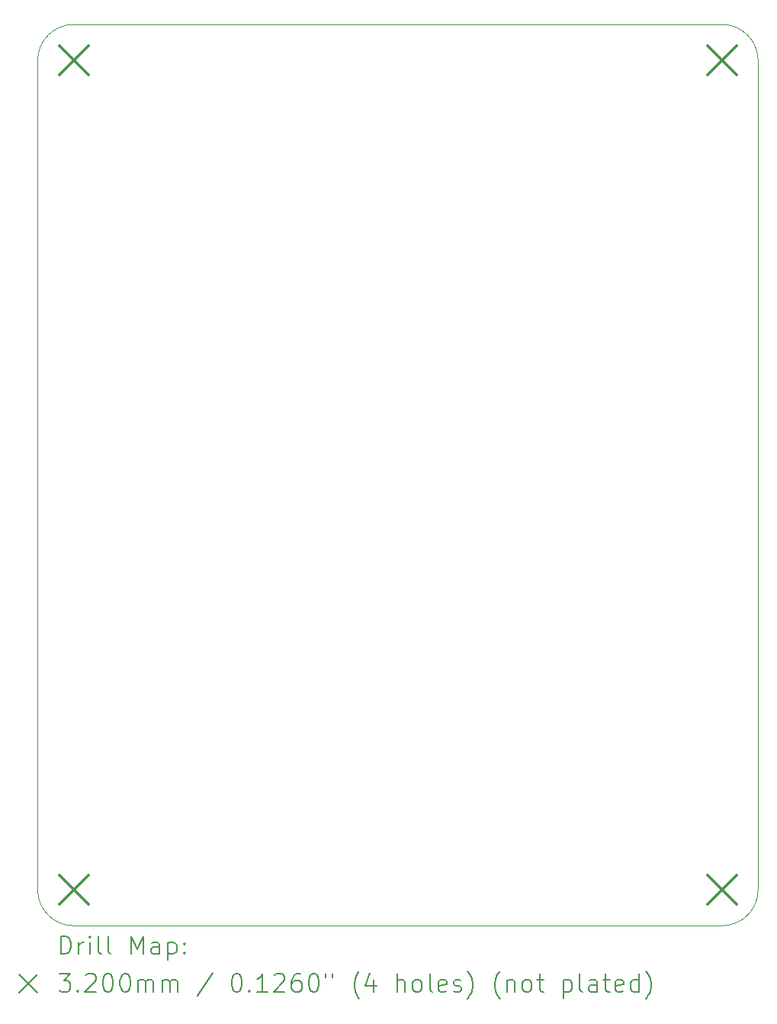
<source format=gbr>
%TF.GenerationSoftware,KiCad,Pcbnew,8.0.4*%
%TF.CreationDate,2024-08-28T21:50:11+12:00*%
%TF.ProjectId,OperationBaldr,4f706572-6174-4696-9f6e-42616c64722e,0.1.1*%
%TF.SameCoordinates,Original*%
%TF.FileFunction,Drillmap*%
%TF.FilePolarity,Positive*%
%FSLAX45Y45*%
G04 Gerber Fmt 4.5, Leading zero omitted, Abs format (unit mm)*
G04 Created by KiCad (PCBNEW 8.0.4) date 2024-08-28 21:50:11*
%MOMM*%
%LPD*%
G01*
G04 APERTURE LIST*
%ADD10C,0.050000*%
%ADD11C,0.200000*%
%ADD12C,0.320000*%
G04 APERTURE END LIST*
D10*
X18700000Y-4200000D02*
G75*
G02*
X19100000Y-4600000I0J-400000D01*
G01*
X18700000Y-4200000D02*
X11500000Y-4200000D01*
X11100000Y-4600000D02*
G75*
G02*
X11500000Y-4200000I400000J0D01*
G01*
X11500000Y-14200000D02*
X18700000Y-14200000D01*
X11500000Y-14200000D02*
G75*
G02*
X11100000Y-13800000I0J400000D01*
G01*
X19100000Y-13800000D02*
G75*
G02*
X18700000Y-14200000I-400000J0D01*
G01*
X11100000Y-4600000D02*
X11100000Y-13800000D01*
X19100000Y-13800000D02*
X19100000Y-4600000D01*
D11*
D12*
X11340000Y-4440000D02*
X11660000Y-4760000D01*
X11660000Y-4440000D02*
X11340000Y-4760000D01*
X11340000Y-13640000D02*
X11660000Y-13960000D01*
X11660000Y-13640000D02*
X11340000Y-13960000D01*
X18540000Y-4440000D02*
X18860000Y-4760000D01*
X18860000Y-4440000D02*
X18540000Y-4760000D01*
X18540000Y-13640000D02*
X18860000Y-13960000D01*
X18860000Y-13640000D02*
X18540000Y-13960000D01*
D11*
X11358277Y-14513984D02*
X11358277Y-14313984D01*
X11358277Y-14313984D02*
X11405896Y-14313984D01*
X11405896Y-14313984D02*
X11434467Y-14323508D01*
X11434467Y-14323508D02*
X11453515Y-14342555D01*
X11453515Y-14342555D02*
X11463039Y-14361603D01*
X11463039Y-14361603D02*
X11472562Y-14399698D01*
X11472562Y-14399698D02*
X11472562Y-14428269D01*
X11472562Y-14428269D02*
X11463039Y-14466365D01*
X11463039Y-14466365D02*
X11453515Y-14485412D01*
X11453515Y-14485412D02*
X11434467Y-14504460D01*
X11434467Y-14504460D02*
X11405896Y-14513984D01*
X11405896Y-14513984D02*
X11358277Y-14513984D01*
X11558277Y-14513984D02*
X11558277Y-14380650D01*
X11558277Y-14418746D02*
X11567801Y-14399698D01*
X11567801Y-14399698D02*
X11577324Y-14390174D01*
X11577324Y-14390174D02*
X11596372Y-14380650D01*
X11596372Y-14380650D02*
X11615420Y-14380650D01*
X11682086Y-14513984D02*
X11682086Y-14380650D01*
X11682086Y-14313984D02*
X11672562Y-14323508D01*
X11672562Y-14323508D02*
X11682086Y-14333031D01*
X11682086Y-14333031D02*
X11691610Y-14323508D01*
X11691610Y-14323508D02*
X11682086Y-14313984D01*
X11682086Y-14313984D02*
X11682086Y-14333031D01*
X11805896Y-14513984D02*
X11786848Y-14504460D01*
X11786848Y-14504460D02*
X11777324Y-14485412D01*
X11777324Y-14485412D02*
X11777324Y-14313984D01*
X11910658Y-14513984D02*
X11891610Y-14504460D01*
X11891610Y-14504460D02*
X11882086Y-14485412D01*
X11882086Y-14485412D02*
X11882086Y-14313984D01*
X12139229Y-14513984D02*
X12139229Y-14313984D01*
X12139229Y-14313984D02*
X12205896Y-14456841D01*
X12205896Y-14456841D02*
X12272562Y-14313984D01*
X12272562Y-14313984D02*
X12272562Y-14513984D01*
X12453515Y-14513984D02*
X12453515Y-14409222D01*
X12453515Y-14409222D02*
X12443991Y-14390174D01*
X12443991Y-14390174D02*
X12424943Y-14380650D01*
X12424943Y-14380650D02*
X12386848Y-14380650D01*
X12386848Y-14380650D02*
X12367801Y-14390174D01*
X12453515Y-14504460D02*
X12434467Y-14513984D01*
X12434467Y-14513984D02*
X12386848Y-14513984D01*
X12386848Y-14513984D02*
X12367801Y-14504460D01*
X12367801Y-14504460D02*
X12358277Y-14485412D01*
X12358277Y-14485412D02*
X12358277Y-14466365D01*
X12358277Y-14466365D02*
X12367801Y-14447317D01*
X12367801Y-14447317D02*
X12386848Y-14437793D01*
X12386848Y-14437793D02*
X12434467Y-14437793D01*
X12434467Y-14437793D02*
X12453515Y-14428269D01*
X12548753Y-14380650D02*
X12548753Y-14580650D01*
X12548753Y-14390174D02*
X12567801Y-14380650D01*
X12567801Y-14380650D02*
X12605896Y-14380650D01*
X12605896Y-14380650D02*
X12624943Y-14390174D01*
X12624943Y-14390174D02*
X12634467Y-14399698D01*
X12634467Y-14399698D02*
X12643991Y-14418746D01*
X12643991Y-14418746D02*
X12643991Y-14475888D01*
X12643991Y-14475888D02*
X12634467Y-14494936D01*
X12634467Y-14494936D02*
X12624943Y-14504460D01*
X12624943Y-14504460D02*
X12605896Y-14513984D01*
X12605896Y-14513984D02*
X12567801Y-14513984D01*
X12567801Y-14513984D02*
X12548753Y-14504460D01*
X12729705Y-14494936D02*
X12739229Y-14504460D01*
X12739229Y-14504460D02*
X12729705Y-14513984D01*
X12729705Y-14513984D02*
X12720182Y-14504460D01*
X12720182Y-14504460D02*
X12729705Y-14494936D01*
X12729705Y-14494936D02*
X12729705Y-14513984D01*
X12729705Y-14390174D02*
X12739229Y-14399698D01*
X12739229Y-14399698D02*
X12729705Y-14409222D01*
X12729705Y-14409222D02*
X12720182Y-14399698D01*
X12720182Y-14399698D02*
X12729705Y-14390174D01*
X12729705Y-14390174D02*
X12729705Y-14409222D01*
X10897500Y-14742500D02*
X11097500Y-14942500D01*
X11097500Y-14742500D02*
X10897500Y-14942500D01*
X11339229Y-14733984D02*
X11463039Y-14733984D01*
X11463039Y-14733984D02*
X11396372Y-14810174D01*
X11396372Y-14810174D02*
X11424943Y-14810174D01*
X11424943Y-14810174D02*
X11443991Y-14819698D01*
X11443991Y-14819698D02*
X11453515Y-14829222D01*
X11453515Y-14829222D02*
X11463039Y-14848269D01*
X11463039Y-14848269D02*
X11463039Y-14895888D01*
X11463039Y-14895888D02*
X11453515Y-14914936D01*
X11453515Y-14914936D02*
X11443991Y-14924460D01*
X11443991Y-14924460D02*
X11424943Y-14933984D01*
X11424943Y-14933984D02*
X11367801Y-14933984D01*
X11367801Y-14933984D02*
X11348753Y-14924460D01*
X11348753Y-14924460D02*
X11339229Y-14914936D01*
X11548753Y-14914936D02*
X11558277Y-14924460D01*
X11558277Y-14924460D02*
X11548753Y-14933984D01*
X11548753Y-14933984D02*
X11539229Y-14924460D01*
X11539229Y-14924460D02*
X11548753Y-14914936D01*
X11548753Y-14914936D02*
X11548753Y-14933984D01*
X11634467Y-14753031D02*
X11643991Y-14743508D01*
X11643991Y-14743508D02*
X11663039Y-14733984D01*
X11663039Y-14733984D02*
X11710658Y-14733984D01*
X11710658Y-14733984D02*
X11729705Y-14743508D01*
X11729705Y-14743508D02*
X11739229Y-14753031D01*
X11739229Y-14753031D02*
X11748753Y-14772079D01*
X11748753Y-14772079D02*
X11748753Y-14791127D01*
X11748753Y-14791127D02*
X11739229Y-14819698D01*
X11739229Y-14819698D02*
X11624943Y-14933984D01*
X11624943Y-14933984D02*
X11748753Y-14933984D01*
X11872562Y-14733984D02*
X11891610Y-14733984D01*
X11891610Y-14733984D02*
X11910658Y-14743508D01*
X11910658Y-14743508D02*
X11920182Y-14753031D01*
X11920182Y-14753031D02*
X11929705Y-14772079D01*
X11929705Y-14772079D02*
X11939229Y-14810174D01*
X11939229Y-14810174D02*
X11939229Y-14857793D01*
X11939229Y-14857793D02*
X11929705Y-14895888D01*
X11929705Y-14895888D02*
X11920182Y-14914936D01*
X11920182Y-14914936D02*
X11910658Y-14924460D01*
X11910658Y-14924460D02*
X11891610Y-14933984D01*
X11891610Y-14933984D02*
X11872562Y-14933984D01*
X11872562Y-14933984D02*
X11853515Y-14924460D01*
X11853515Y-14924460D02*
X11843991Y-14914936D01*
X11843991Y-14914936D02*
X11834467Y-14895888D01*
X11834467Y-14895888D02*
X11824943Y-14857793D01*
X11824943Y-14857793D02*
X11824943Y-14810174D01*
X11824943Y-14810174D02*
X11834467Y-14772079D01*
X11834467Y-14772079D02*
X11843991Y-14753031D01*
X11843991Y-14753031D02*
X11853515Y-14743508D01*
X11853515Y-14743508D02*
X11872562Y-14733984D01*
X12063039Y-14733984D02*
X12082086Y-14733984D01*
X12082086Y-14733984D02*
X12101134Y-14743508D01*
X12101134Y-14743508D02*
X12110658Y-14753031D01*
X12110658Y-14753031D02*
X12120182Y-14772079D01*
X12120182Y-14772079D02*
X12129705Y-14810174D01*
X12129705Y-14810174D02*
X12129705Y-14857793D01*
X12129705Y-14857793D02*
X12120182Y-14895888D01*
X12120182Y-14895888D02*
X12110658Y-14914936D01*
X12110658Y-14914936D02*
X12101134Y-14924460D01*
X12101134Y-14924460D02*
X12082086Y-14933984D01*
X12082086Y-14933984D02*
X12063039Y-14933984D01*
X12063039Y-14933984D02*
X12043991Y-14924460D01*
X12043991Y-14924460D02*
X12034467Y-14914936D01*
X12034467Y-14914936D02*
X12024943Y-14895888D01*
X12024943Y-14895888D02*
X12015420Y-14857793D01*
X12015420Y-14857793D02*
X12015420Y-14810174D01*
X12015420Y-14810174D02*
X12024943Y-14772079D01*
X12024943Y-14772079D02*
X12034467Y-14753031D01*
X12034467Y-14753031D02*
X12043991Y-14743508D01*
X12043991Y-14743508D02*
X12063039Y-14733984D01*
X12215420Y-14933984D02*
X12215420Y-14800650D01*
X12215420Y-14819698D02*
X12224943Y-14810174D01*
X12224943Y-14810174D02*
X12243991Y-14800650D01*
X12243991Y-14800650D02*
X12272563Y-14800650D01*
X12272563Y-14800650D02*
X12291610Y-14810174D01*
X12291610Y-14810174D02*
X12301134Y-14829222D01*
X12301134Y-14829222D02*
X12301134Y-14933984D01*
X12301134Y-14829222D02*
X12310658Y-14810174D01*
X12310658Y-14810174D02*
X12329705Y-14800650D01*
X12329705Y-14800650D02*
X12358277Y-14800650D01*
X12358277Y-14800650D02*
X12377324Y-14810174D01*
X12377324Y-14810174D02*
X12386848Y-14829222D01*
X12386848Y-14829222D02*
X12386848Y-14933984D01*
X12482086Y-14933984D02*
X12482086Y-14800650D01*
X12482086Y-14819698D02*
X12491610Y-14810174D01*
X12491610Y-14810174D02*
X12510658Y-14800650D01*
X12510658Y-14800650D02*
X12539229Y-14800650D01*
X12539229Y-14800650D02*
X12558277Y-14810174D01*
X12558277Y-14810174D02*
X12567801Y-14829222D01*
X12567801Y-14829222D02*
X12567801Y-14933984D01*
X12567801Y-14829222D02*
X12577324Y-14810174D01*
X12577324Y-14810174D02*
X12596372Y-14800650D01*
X12596372Y-14800650D02*
X12624943Y-14800650D01*
X12624943Y-14800650D02*
X12643991Y-14810174D01*
X12643991Y-14810174D02*
X12653515Y-14829222D01*
X12653515Y-14829222D02*
X12653515Y-14933984D01*
X13043991Y-14724460D02*
X12872563Y-14981603D01*
X13301134Y-14733984D02*
X13320182Y-14733984D01*
X13320182Y-14733984D02*
X13339229Y-14743508D01*
X13339229Y-14743508D02*
X13348753Y-14753031D01*
X13348753Y-14753031D02*
X13358277Y-14772079D01*
X13358277Y-14772079D02*
X13367801Y-14810174D01*
X13367801Y-14810174D02*
X13367801Y-14857793D01*
X13367801Y-14857793D02*
X13358277Y-14895888D01*
X13358277Y-14895888D02*
X13348753Y-14914936D01*
X13348753Y-14914936D02*
X13339229Y-14924460D01*
X13339229Y-14924460D02*
X13320182Y-14933984D01*
X13320182Y-14933984D02*
X13301134Y-14933984D01*
X13301134Y-14933984D02*
X13282086Y-14924460D01*
X13282086Y-14924460D02*
X13272563Y-14914936D01*
X13272563Y-14914936D02*
X13263039Y-14895888D01*
X13263039Y-14895888D02*
X13253515Y-14857793D01*
X13253515Y-14857793D02*
X13253515Y-14810174D01*
X13253515Y-14810174D02*
X13263039Y-14772079D01*
X13263039Y-14772079D02*
X13272563Y-14753031D01*
X13272563Y-14753031D02*
X13282086Y-14743508D01*
X13282086Y-14743508D02*
X13301134Y-14733984D01*
X13453515Y-14914936D02*
X13463039Y-14924460D01*
X13463039Y-14924460D02*
X13453515Y-14933984D01*
X13453515Y-14933984D02*
X13443991Y-14924460D01*
X13443991Y-14924460D02*
X13453515Y-14914936D01*
X13453515Y-14914936D02*
X13453515Y-14933984D01*
X13653515Y-14933984D02*
X13539229Y-14933984D01*
X13596372Y-14933984D02*
X13596372Y-14733984D01*
X13596372Y-14733984D02*
X13577325Y-14762555D01*
X13577325Y-14762555D02*
X13558277Y-14781603D01*
X13558277Y-14781603D02*
X13539229Y-14791127D01*
X13729706Y-14753031D02*
X13739229Y-14743508D01*
X13739229Y-14743508D02*
X13758277Y-14733984D01*
X13758277Y-14733984D02*
X13805896Y-14733984D01*
X13805896Y-14733984D02*
X13824944Y-14743508D01*
X13824944Y-14743508D02*
X13834467Y-14753031D01*
X13834467Y-14753031D02*
X13843991Y-14772079D01*
X13843991Y-14772079D02*
X13843991Y-14791127D01*
X13843991Y-14791127D02*
X13834467Y-14819698D01*
X13834467Y-14819698D02*
X13720182Y-14933984D01*
X13720182Y-14933984D02*
X13843991Y-14933984D01*
X14015420Y-14733984D02*
X13977325Y-14733984D01*
X13977325Y-14733984D02*
X13958277Y-14743508D01*
X13958277Y-14743508D02*
X13948753Y-14753031D01*
X13948753Y-14753031D02*
X13929706Y-14781603D01*
X13929706Y-14781603D02*
X13920182Y-14819698D01*
X13920182Y-14819698D02*
X13920182Y-14895888D01*
X13920182Y-14895888D02*
X13929706Y-14914936D01*
X13929706Y-14914936D02*
X13939229Y-14924460D01*
X13939229Y-14924460D02*
X13958277Y-14933984D01*
X13958277Y-14933984D02*
X13996372Y-14933984D01*
X13996372Y-14933984D02*
X14015420Y-14924460D01*
X14015420Y-14924460D02*
X14024944Y-14914936D01*
X14024944Y-14914936D02*
X14034467Y-14895888D01*
X14034467Y-14895888D02*
X14034467Y-14848269D01*
X14034467Y-14848269D02*
X14024944Y-14829222D01*
X14024944Y-14829222D02*
X14015420Y-14819698D01*
X14015420Y-14819698D02*
X13996372Y-14810174D01*
X13996372Y-14810174D02*
X13958277Y-14810174D01*
X13958277Y-14810174D02*
X13939229Y-14819698D01*
X13939229Y-14819698D02*
X13929706Y-14829222D01*
X13929706Y-14829222D02*
X13920182Y-14848269D01*
X14158277Y-14733984D02*
X14177325Y-14733984D01*
X14177325Y-14733984D02*
X14196372Y-14743508D01*
X14196372Y-14743508D02*
X14205896Y-14753031D01*
X14205896Y-14753031D02*
X14215420Y-14772079D01*
X14215420Y-14772079D02*
X14224944Y-14810174D01*
X14224944Y-14810174D02*
X14224944Y-14857793D01*
X14224944Y-14857793D02*
X14215420Y-14895888D01*
X14215420Y-14895888D02*
X14205896Y-14914936D01*
X14205896Y-14914936D02*
X14196372Y-14924460D01*
X14196372Y-14924460D02*
X14177325Y-14933984D01*
X14177325Y-14933984D02*
X14158277Y-14933984D01*
X14158277Y-14933984D02*
X14139229Y-14924460D01*
X14139229Y-14924460D02*
X14129706Y-14914936D01*
X14129706Y-14914936D02*
X14120182Y-14895888D01*
X14120182Y-14895888D02*
X14110658Y-14857793D01*
X14110658Y-14857793D02*
X14110658Y-14810174D01*
X14110658Y-14810174D02*
X14120182Y-14772079D01*
X14120182Y-14772079D02*
X14129706Y-14753031D01*
X14129706Y-14753031D02*
X14139229Y-14743508D01*
X14139229Y-14743508D02*
X14158277Y-14733984D01*
X14301134Y-14733984D02*
X14301134Y-14772079D01*
X14377325Y-14733984D02*
X14377325Y-14772079D01*
X14672563Y-15010174D02*
X14663039Y-15000650D01*
X14663039Y-15000650D02*
X14643991Y-14972079D01*
X14643991Y-14972079D02*
X14634468Y-14953031D01*
X14634468Y-14953031D02*
X14624944Y-14924460D01*
X14624944Y-14924460D02*
X14615420Y-14876841D01*
X14615420Y-14876841D02*
X14615420Y-14838746D01*
X14615420Y-14838746D02*
X14624944Y-14791127D01*
X14624944Y-14791127D02*
X14634468Y-14762555D01*
X14634468Y-14762555D02*
X14643991Y-14743508D01*
X14643991Y-14743508D02*
X14663039Y-14714936D01*
X14663039Y-14714936D02*
X14672563Y-14705412D01*
X14834468Y-14800650D02*
X14834468Y-14933984D01*
X14786848Y-14724460D02*
X14739229Y-14867317D01*
X14739229Y-14867317D02*
X14863039Y-14867317D01*
X15091610Y-14933984D02*
X15091610Y-14733984D01*
X15177325Y-14933984D02*
X15177325Y-14829222D01*
X15177325Y-14829222D02*
X15167801Y-14810174D01*
X15167801Y-14810174D02*
X15148753Y-14800650D01*
X15148753Y-14800650D02*
X15120182Y-14800650D01*
X15120182Y-14800650D02*
X15101134Y-14810174D01*
X15101134Y-14810174D02*
X15091610Y-14819698D01*
X15301134Y-14933984D02*
X15282087Y-14924460D01*
X15282087Y-14924460D02*
X15272563Y-14914936D01*
X15272563Y-14914936D02*
X15263039Y-14895888D01*
X15263039Y-14895888D02*
X15263039Y-14838746D01*
X15263039Y-14838746D02*
X15272563Y-14819698D01*
X15272563Y-14819698D02*
X15282087Y-14810174D01*
X15282087Y-14810174D02*
X15301134Y-14800650D01*
X15301134Y-14800650D02*
X15329706Y-14800650D01*
X15329706Y-14800650D02*
X15348753Y-14810174D01*
X15348753Y-14810174D02*
X15358277Y-14819698D01*
X15358277Y-14819698D02*
X15367801Y-14838746D01*
X15367801Y-14838746D02*
X15367801Y-14895888D01*
X15367801Y-14895888D02*
X15358277Y-14914936D01*
X15358277Y-14914936D02*
X15348753Y-14924460D01*
X15348753Y-14924460D02*
X15329706Y-14933984D01*
X15329706Y-14933984D02*
X15301134Y-14933984D01*
X15482087Y-14933984D02*
X15463039Y-14924460D01*
X15463039Y-14924460D02*
X15453515Y-14905412D01*
X15453515Y-14905412D02*
X15453515Y-14733984D01*
X15634468Y-14924460D02*
X15615420Y-14933984D01*
X15615420Y-14933984D02*
X15577325Y-14933984D01*
X15577325Y-14933984D02*
X15558277Y-14924460D01*
X15558277Y-14924460D02*
X15548753Y-14905412D01*
X15548753Y-14905412D02*
X15548753Y-14829222D01*
X15548753Y-14829222D02*
X15558277Y-14810174D01*
X15558277Y-14810174D02*
X15577325Y-14800650D01*
X15577325Y-14800650D02*
X15615420Y-14800650D01*
X15615420Y-14800650D02*
X15634468Y-14810174D01*
X15634468Y-14810174D02*
X15643991Y-14829222D01*
X15643991Y-14829222D02*
X15643991Y-14848269D01*
X15643991Y-14848269D02*
X15548753Y-14867317D01*
X15720182Y-14924460D02*
X15739230Y-14933984D01*
X15739230Y-14933984D02*
X15777325Y-14933984D01*
X15777325Y-14933984D02*
X15796372Y-14924460D01*
X15796372Y-14924460D02*
X15805896Y-14905412D01*
X15805896Y-14905412D02*
X15805896Y-14895888D01*
X15805896Y-14895888D02*
X15796372Y-14876841D01*
X15796372Y-14876841D02*
X15777325Y-14867317D01*
X15777325Y-14867317D02*
X15748753Y-14867317D01*
X15748753Y-14867317D02*
X15729706Y-14857793D01*
X15729706Y-14857793D02*
X15720182Y-14838746D01*
X15720182Y-14838746D02*
X15720182Y-14829222D01*
X15720182Y-14829222D02*
X15729706Y-14810174D01*
X15729706Y-14810174D02*
X15748753Y-14800650D01*
X15748753Y-14800650D02*
X15777325Y-14800650D01*
X15777325Y-14800650D02*
X15796372Y-14810174D01*
X15872563Y-15010174D02*
X15882087Y-15000650D01*
X15882087Y-15000650D02*
X15901134Y-14972079D01*
X15901134Y-14972079D02*
X15910658Y-14953031D01*
X15910658Y-14953031D02*
X15920182Y-14924460D01*
X15920182Y-14924460D02*
X15929706Y-14876841D01*
X15929706Y-14876841D02*
X15929706Y-14838746D01*
X15929706Y-14838746D02*
X15920182Y-14791127D01*
X15920182Y-14791127D02*
X15910658Y-14762555D01*
X15910658Y-14762555D02*
X15901134Y-14743508D01*
X15901134Y-14743508D02*
X15882087Y-14714936D01*
X15882087Y-14714936D02*
X15872563Y-14705412D01*
X16234468Y-15010174D02*
X16224944Y-15000650D01*
X16224944Y-15000650D02*
X16205896Y-14972079D01*
X16205896Y-14972079D02*
X16196372Y-14953031D01*
X16196372Y-14953031D02*
X16186849Y-14924460D01*
X16186849Y-14924460D02*
X16177325Y-14876841D01*
X16177325Y-14876841D02*
X16177325Y-14838746D01*
X16177325Y-14838746D02*
X16186849Y-14791127D01*
X16186849Y-14791127D02*
X16196372Y-14762555D01*
X16196372Y-14762555D02*
X16205896Y-14743508D01*
X16205896Y-14743508D02*
X16224944Y-14714936D01*
X16224944Y-14714936D02*
X16234468Y-14705412D01*
X16310658Y-14800650D02*
X16310658Y-14933984D01*
X16310658Y-14819698D02*
X16320182Y-14810174D01*
X16320182Y-14810174D02*
X16339230Y-14800650D01*
X16339230Y-14800650D02*
X16367801Y-14800650D01*
X16367801Y-14800650D02*
X16386849Y-14810174D01*
X16386849Y-14810174D02*
X16396372Y-14829222D01*
X16396372Y-14829222D02*
X16396372Y-14933984D01*
X16520182Y-14933984D02*
X16501134Y-14924460D01*
X16501134Y-14924460D02*
X16491611Y-14914936D01*
X16491611Y-14914936D02*
X16482087Y-14895888D01*
X16482087Y-14895888D02*
X16482087Y-14838746D01*
X16482087Y-14838746D02*
X16491611Y-14819698D01*
X16491611Y-14819698D02*
X16501134Y-14810174D01*
X16501134Y-14810174D02*
X16520182Y-14800650D01*
X16520182Y-14800650D02*
X16548753Y-14800650D01*
X16548753Y-14800650D02*
X16567801Y-14810174D01*
X16567801Y-14810174D02*
X16577325Y-14819698D01*
X16577325Y-14819698D02*
X16586849Y-14838746D01*
X16586849Y-14838746D02*
X16586849Y-14895888D01*
X16586849Y-14895888D02*
X16577325Y-14914936D01*
X16577325Y-14914936D02*
X16567801Y-14924460D01*
X16567801Y-14924460D02*
X16548753Y-14933984D01*
X16548753Y-14933984D02*
X16520182Y-14933984D01*
X16643992Y-14800650D02*
X16720182Y-14800650D01*
X16672563Y-14733984D02*
X16672563Y-14905412D01*
X16672563Y-14905412D02*
X16682087Y-14924460D01*
X16682087Y-14924460D02*
X16701134Y-14933984D01*
X16701134Y-14933984D02*
X16720182Y-14933984D01*
X16939230Y-14800650D02*
X16939230Y-15000650D01*
X16939230Y-14810174D02*
X16958277Y-14800650D01*
X16958277Y-14800650D02*
X16996373Y-14800650D01*
X16996373Y-14800650D02*
X17015420Y-14810174D01*
X17015420Y-14810174D02*
X17024944Y-14819698D01*
X17024944Y-14819698D02*
X17034468Y-14838746D01*
X17034468Y-14838746D02*
X17034468Y-14895888D01*
X17034468Y-14895888D02*
X17024944Y-14914936D01*
X17024944Y-14914936D02*
X17015420Y-14924460D01*
X17015420Y-14924460D02*
X16996373Y-14933984D01*
X16996373Y-14933984D02*
X16958277Y-14933984D01*
X16958277Y-14933984D02*
X16939230Y-14924460D01*
X17148754Y-14933984D02*
X17129706Y-14924460D01*
X17129706Y-14924460D02*
X17120182Y-14905412D01*
X17120182Y-14905412D02*
X17120182Y-14733984D01*
X17310658Y-14933984D02*
X17310658Y-14829222D01*
X17310658Y-14829222D02*
X17301135Y-14810174D01*
X17301135Y-14810174D02*
X17282087Y-14800650D01*
X17282087Y-14800650D02*
X17243992Y-14800650D01*
X17243992Y-14800650D02*
X17224944Y-14810174D01*
X17310658Y-14924460D02*
X17291611Y-14933984D01*
X17291611Y-14933984D02*
X17243992Y-14933984D01*
X17243992Y-14933984D02*
X17224944Y-14924460D01*
X17224944Y-14924460D02*
X17215420Y-14905412D01*
X17215420Y-14905412D02*
X17215420Y-14886365D01*
X17215420Y-14886365D02*
X17224944Y-14867317D01*
X17224944Y-14867317D02*
X17243992Y-14857793D01*
X17243992Y-14857793D02*
X17291611Y-14857793D01*
X17291611Y-14857793D02*
X17310658Y-14848269D01*
X17377325Y-14800650D02*
X17453515Y-14800650D01*
X17405896Y-14733984D02*
X17405896Y-14905412D01*
X17405896Y-14905412D02*
X17415420Y-14924460D01*
X17415420Y-14924460D02*
X17434468Y-14933984D01*
X17434468Y-14933984D02*
X17453515Y-14933984D01*
X17596373Y-14924460D02*
X17577325Y-14933984D01*
X17577325Y-14933984D02*
X17539230Y-14933984D01*
X17539230Y-14933984D02*
X17520182Y-14924460D01*
X17520182Y-14924460D02*
X17510658Y-14905412D01*
X17510658Y-14905412D02*
X17510658Y-14829222D01*
X17510658Y-14829222D02*
X17520182Y-14810174D01*
X17520182Y-14810174D02*
X17539230Y-14800650D01*
X17539230Y-14800650D02*
X17577325Y-14800650D01*
X17577325Y-14800650D02*
X17596373Y-14810174D01*
X17596373Y-14810174D02*
X17605896Y-14829222D01*
X17605896Y-14829222D02*
X17605896Y-14848269D01*
X17605896Y-14848269D02*
X17510658Y-14867317D01*
X17777325Y-14933984D02*
X17777325Y-14733984D01*
X17777325Y-14924460D02*
X17758277Y-14933984D01*
X17758277Y-14933984D02*
X17720182Y-14933984D01*
X17720182Y-14933984D02*
X17701135Y-14924460D01*
X17701135Y-14924460D02*
X17691611Y-14914936D01*
X17691611Y-14914936D02*
X17682087Y-14895888D01*
X17682087Y-14895888D02*
X17682087Y-14838746D01*
X17682087Y-14838746D02*
X17691611Y-14819698D01*
X17691611Y-14819698D02*
X17701135Y-14810174D01*
X17701135Y-14810174D02*
X17720182Y-14800650D01*
X17720182Y-14800650D02*
X17758277Y-14800650D01*
X17758277Y-14800650D02*
X17777325Y-14810174D01*
X17853516Y-15010174D02*
X17863039Y-15000650D01*
X17863039Y-15000650D02*
X17882087Y-14972079D01*
X17882087Y-14972079D02*
X17891611Y-14953031D01*
X17891611Y-14953031D02*
X17901135Y-14924460D01*
X17901135Y-14924460D02*
X17910658Y-14876841D01*
X17910658Y-14876841D02*
X17910658Y-14838746D01*
X17910658Y-14838746D02*
X17901135Y-14791127D01*
X17901135Y-14791127D02*
X17891611Y-14762555D01*
X17891611Y-14762555D02*
X17882087Y-14743508D01*
X17882087Y-14743508D02*
X17863039Y-14714936D01*
X17863039Y-14714936D02*
X17853516Y-14705412D01*
M02*

</source>
